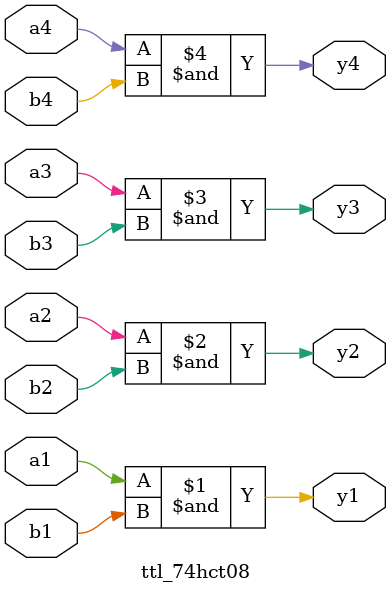
<source format=v>
module ttl_74hct08(
	input a1,
	input b1,
	output y1,
	input a2,
	input b2,
	output y2,
	input a3,
	input b3,
	output y3,
	input a4,
	input b4,
	output y4
);

assign #16 y1 = a1 & b1;
assign #16 y2 = a2 & b2;
assign #16 y3 = a3 & b3;
assign #16 y4 = a4 & b4;

endmodule

</source>
